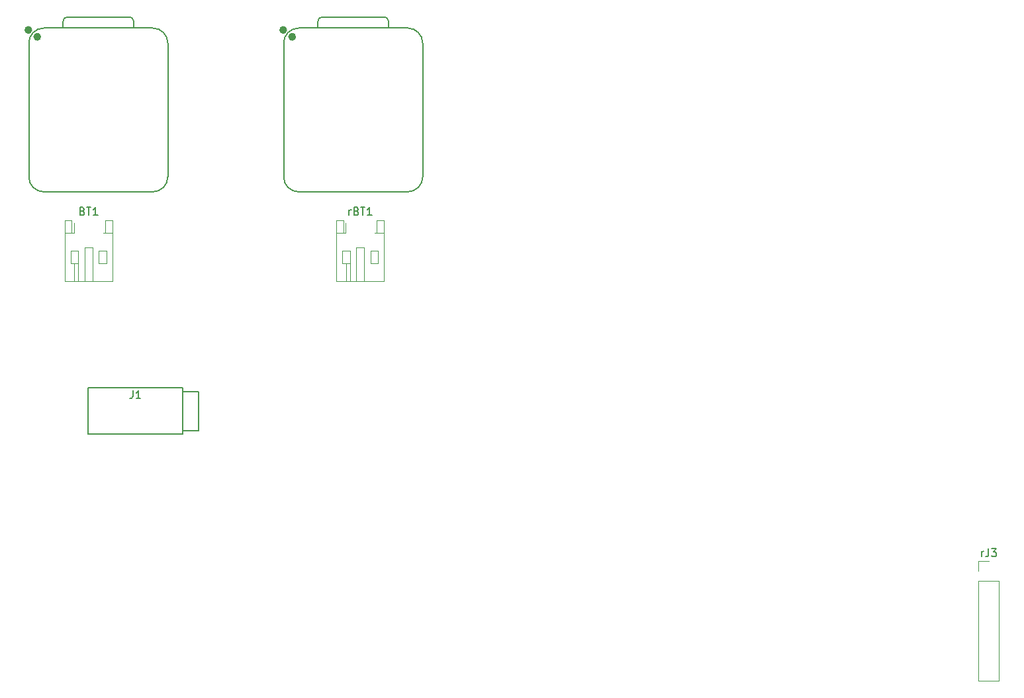
<source format=gto>
%TF.GenerationSoftware,KiCad,Pcbnew,8.0.3*%
%TF.CreationDate,2024-12-16T00:17:53+09:00*%
%TF.ProjectId,manjaro_mx,6d616e6a-6172-46f5-9f6d-782e6b696361,rev?*%
%TF.SameCoordinates,Original*%
%TF.FileFunction,Legend,Top*%
%TF.FilePolarity,Positive*%
%FSLAX46Y46*%
G04 Gerber Fmt 4.6, Leading zero omitted, Abs format (unit mm)*
G04 Created by KiCad (PCBNEW 8.0.3) date 2024-12-16 00:17:53*
%MOMM*%
%LPD*%
G01*
G04 APERTURE LIST*
%ADD10C,0.150000*%
%ADD11C,0.120000*%
%ADD12C,0.127000*%
%ADD13C,0.100000*%
%ADD14C,0.504000*%
G04 APERTURE END LIST*
D10*
X171666666Y-100346619D02*
X171666666Y-101060904D01*
X171666666Y-101060904D02*
X171619047Y-101203761D01*
X171619047Y-101203761D02*
X171523809Y-101299000D01*
X171523809Y-101299000D02*
X171380952Y-101346619D01*
X171380952Y-101346619D02*
X171285714Y-101346619D01*
X172666666Y-101346619D02*
X172095238Y-101346619D01*
X172380952Y-101346619D02*
X172380952Y-100346619D01*
X172380952Y-100346619D02*
X172285714Y-100489476D01*
X172285714Y-100489476D02*
X172190476Y-100584714D01*
X172190476Y-100584714D02*
X172095238Y-100632333D01*
X165214285Y-77381009D02*
X165357142Y-77428628D01*
X165357142Y-77428628D02*
X165404761Y-77476247D01*
X165404761Y-77476247D02*
X165452380Y-77571485D01*
X165452380Y-77571485D02*
X165452380Y-77714342D01*
X165452380Y-77714342D02*
X165404761Y-77809580D01*
X165404761Y-77809580D02*
X165357142Y-77857200D01*
X165357142Y-77857200D02*
X165261904Y-77904819D01*
X165261904Y-77904819D02*
X164880952Y-77904819D01*
X164880952Y-77904819D02*
X164880952Y-76904819D01*
X164880952Y-76904819D02*
X165214285Y-76904819D01*
X165214285Y-76904819D02*
X165309523Y-76952438D01*
X165309523Y-76952438D02*
X165357142Y-77000057D01*
X165357142Y-77000057D02*
X165404761Y-77095295D01*
X165404761Y-77095295D02*
X165404761Y-77190533D01*
X165404761Y-77190533D02*
X165357142Y-77285771D01*
X165357142Y-77285771D02*
X165309523Y-77333390D01*
X165309523Y-77333390D02*
X165214285Y-77381009D01*
X165214285Y-77381009D02*
X164880952Y-77381009D01*
X165738095Y-76904819D02*
X166309523Y-76904819D01*
X166023809Y-77904819D02*
X166023809Y-76904819D01*
X167166666Y-77904819D02*
X166595238Y-77904819D01*
X166880952Y-77904819D02*
X166880952Y-76904819D01*
X166880952Y-76904819D02*
X166785714Y-77047676D01*
X166785714Y-77047676D02*
X166690476Y-77142914D01*
X166690476Y-77142914D02*
X166595238Y-77190533D01*
X280221428Y-121599819D02*
X280221428Y-120933152D01*
X280221428Y-121123628D02*
X280269047Y-121028390D01*
X280269047Y-121028390D02*
X280316666Y-120980771D01*
X280316666Y-120980771D02*
X280411904Y-120933152D01*
X280411904Y-120933152D02*
X280507142Y-120933152D01*
X281126190Y-120599819D02*
X281126190Y-121314104D01*
X281126190Y-121314104D02*
X281078571Y-121456961D01*
X281078571Y-121456961D02*
X280983333Y-121552200D01*
X280983333Y-121552200D02*
X280840476Y-121599819D01*
X280840476Y-121599819D02*
X280745238Y-121599819D01*
X281507143Y-120599819D02*
X282126190Y-120599819D01*
X282126190Y-120599819D02*
X281792857Y-120980771D01*
X281792857Y-120980771D02*
X281935714Y-120980771D01*
X281935714Y-120980771D02*
X282030952Y-121028390D01*
X282030952Y-121028390D02*
X282078571Y-121076009D01*
X282078571Y-121076009D02*
X282126190Y-121171247D01*
X282126190Y-121171247D02*
X282126190Y-121409342D01*
X282126190Y-121409342D02*
X282078571Y-121504580D01*
X282078571Y-121504580D02*
X282030952Y-121552200D01*
X282030952Y-121552200D02*
X281935714Y-121599819D01*
X281935714Y-121599819D02*
X281650000Y-121599819D01*
X281650000Y-121599819D02*
X281554762Y-121552200D01*
X281554762Y-121552200D02*
X281507143Y-121504580D01*
X199321428Y-77904819D02*
X199321428Y-77238152D01*
X199321428Y-77428628D02*
X199369047Y-77333390D01*
X199369047Y-77333390D02*
X199416666Y-77285771D01*
X199416666Y-77285771D02*
X199511904Y-77238152D01*
X199511904Y-77238152D02*
X199607142Y-77238152D01*
X200273809Y-77381009D02*
X200416666Y-77428628D01*
X200416666Y-77428628D02*
X200464285Y-77476247D01*
X200464285Y-77476247D02*
X200511904Y-77571485D01*
X200511904Y-77571485D02*
X200511904Y-77714342D01*
X200511904Y-77714342D02*
X200464285Y-77809580D01*
X200464285Y-77809580D02*
X200416666Y-77857200D01*
X200416666Y-77857200D02*
X200321428Y-77904819D01*
X200321428Y-77904819D02*
X199940476Y-77904819D01*
X199940476Y-77904819D02*
X199940476Y-76904819D01*
X199940476Y-76904819D02*
X200273809Y-76904819D01*
X200273809Y-76904819D02*
X200369047Y-76952438D01*
X200369047Y-76952438D02*
X200416666Y-77000057D01*
X200416666Y-77000057D02*
X200464285Y-77095295D01*
X200464285Y-77095295D02*
X200464285Y-77190533D01*
X200464285Y-77190533D02*
X200416666Y-77285771D01*
X200416666Y-77285771D02*
X200369047Y-77333390D01*
X200369047Y-77333390D02*
X200273809Y-77381009D01*
X200273809Y-77381009D02*
X199940476Y-77381009D01*
X200797619Y-76904819D02*
X201369047Y-76904819D01*
X201083333Y-77904819D02*
X201083333Y-76904819D01*
X202226190Y-77904819D02*
X201654762Y-77904819D01*
X201940476Y-77904819D02*
X201940476Y-76904819D01*
X201940476Y-76904819D02*
X201845238Y-77047676D01*
X201845238Y-77047676D02*
X201750000Y-77142914D01*
X201750000Y-77142914D02*
X201654762Y-77190533D01*
%TO.C,J1*%
X180050000Y-105450000D02*
X180050000Y-100450000D01*
X180050000Y-100450000D02*
X178050000Y-100450000D01*
X180050000Y-105450000D02*
X178050000Y-105450000D01*
X165950000Y-105950000D02*
X165950000Y-99950000D01*
X165950000Y-99950000D02*
X178050000Y-99950000D01*
X178050000Y-99950000D02*
X178050000Y-105950000D01*
X178050000Y-105950000D02*
X165950000Y-105950000D01*
D11*
%TO.C,BT1*%
X162940000Y-78540000D02*
X162940000Y-86360000D01*
X162940000Y-80140000D02*
X163860000Y-80140000D01*
X162940000Y-86360000D02*
X169060000Y-86360000D01*
X163700000Y-82500000D02*
X163700000Y-84100000D01*
X163700000Y-84100000D02*
X164700000Y-84100000D01*
X163860000Y-78540000D02*
X162940000Y-78540000D01*
X163860000Y-80140000D02*
X163860000Y-78540000D01*
X164140000Y-80140000D02*
X163860000Y-80140000D01*
X164140000Y-80140000D02*
X164140000Y-78925000D01*
X164200000Y-84100000D02*
X164200000Y-86360000D01*
X164700000Y-82500000D02*
X163700000Y-82500000D01*
X164700000Y-84100000D02*
X164700000Y-82500000D01*
X164700000Y-84100000D02*
X164700000Y-86360000D01*
X165500000Y-82000000D02*
X166500000Y-82000000D01*
X165500000Y-86360000D02*
X165500000Y-82000000D01*
X166500000Y-82000000D02*
X166500000Y-86360000D01*
X167300000Y-82500000D02*
X168300000Y-82500000D01*
X167300000Y-84100000D02*
X167300000Y-82500000D01*
X168140000Y-78540000D02*
X168140000Y-80140000D01*
X168140000Y-80140000D02*
X167860000Y-80140000D01*
X168300000Y-82500000D02*
X168300000Y-84100000D01*
X168300000Y-84100000D02*
X167300000Y-84100000D01*
X169060000Y-78540000D02*
X168140000Y-78540000D01*
X169060000Y-80140000D02*
X168140000Y-80140000D01*
X169060000Y-86360000D02*
X169060000Y-78540000D01*
%TO.C,rJ3*%
X279820000Y-122145000D02*
X281150000Y-122145000D01*
X279820000Y-123475000D02*
X279820000Y-122145000D01*
X279820000Y-124745000D02*
X279820000Y-137505000D01*
X279820000Y-124745000D02*
X282480000Y-124745000D01*
X279820000Y-137505000D02*
X282480000Y-137505000D01*
X282480000Y-124745000D02*
X282480000Y-137505000D01*
D12*
%TO.C,rU1*%
X190960000Y-73009000D02*
X190960000Y-55864000D01*
X192865000Y-74914000D02*
X206835000Y-74914000D01*
X195355000Y-53959000D02*
X195358728Y-53048728D01*
X195858728Y-52549000D02*
X203854000Y-52549000D01*
X204354000Y-53049000D02*
X204354000Y-53959000D01*
D13*
X206835000Y-53959000D02*
X192865000Y-53959000D01*
D12*
X206835000Y-53959000D02*
X192865000Y-53959000D01*
X208740000Y-73009000D02*
X208740000Y-55864000D01*
X190960000Y-55864000D02*
G75*
G02*
X192865000Y-53959000I1905001J-1D01*
G01*
X192865000Y-74914000D02*
G75*
G02*
X190960000Y-73009000I1J1905001D01*
G01*
X195358728Y-53048728D02*
G75*
G02*
X195858728Y-52549001I500018J-291D01*
G01*
X203854000Y-52549000D02*
G75*
G02*
X204354000Y-53049000I0J-500000D01*
G01*
X206835000Y-53959000D02*
G75*
G02*
X208740000Y-55864000I0J-1905000D01*
G01*
X208740000Y-73009000D02*
G75*
G02*
X206835000Y-74914000I-1905000J0D01*
G01*
D14*
X191152000Y-54200000D02*
G75*
G02*
X190648000Y-54200000I-252000J0D01*
G01*
X190648000Y-54200000D02*
G75*
G02*
X191152000Y-54200000I252000J0D01*
G01*
X192295000Y-55080000D02*
G75*
G02*
X191791000Y-55080000I-252000J0D01*
G01*
X191791000Y-55080000D02*
G75*
G02*
X192295000Y-55080000I252000J0D01*
G01*
D12*
%TO.C,U1*%
X158360000Y-73009000D02*
X158360000Y-55864000D01*
X160265000Y-74914000D02*
X174235000Y-74914000D01*
X162755000Y-53959000D02*
X162758728Y-53048728D01*
X163258728Y-52549000D02*
X171254000Y-52549000D01*
X171754000Y-53049000D02*
X171754000Y-53959000D01*
D13*
X174235000Y-53959000D02*
X160265000Y-53959000D01*
D12*
X174235000Y-53959000D02*
X160265000Y-53959000D01*
X176140000Y-73009000D02*
X176140000Y-55864000D01*
X158360000Y-55864000D02*
G75*
G02*
X160265000Y-53959000I1905001J-1D01*
G01*
X160265000Y-74914000D02*
G75*
G02*
X158360000Y-73009000I1J1905001D01*
G01*
X162758728Y-53048728D02*
G75*
G02*
X163258728Y-52549001I500018J-291D01*
G01*
X171254000Y-52549000D02*
G75*
G02*
X171754000Y-53049000I0J-500000D01*
G01*
X174235000Y-53959000D02*
G75*
G02*
X176140000Y-55864000I0J-1905000D01*
G01*
X176140000Y-73009000D02*
G75*
G02*
X174235000Y-74914000I-1905000J0D01*
G01*
D14*
X158552000Y-54200000D02*
G75*
G02*
X158048000Y-54200000I-252000J0D01*
G01*
X158048000Y-54200000D02*
G75*
G02*
X158552000Y-54200000I252000J0D01*
G01*
X159695000Y-55080000D02*
G75*
G02*
X159191000Y-55080000I-252000J0D01*
G01*
X159191000Y-55080000D02*
G75*
G02*
X159695000Y-55080000I252000J0D01*
G01*
D11*
%TO.C,rBT1*%
X197690000Y-78540000D02*
X197690000Y-86360000D01*
X197690000Y-80140000D02*
X198610000Y-80140000D01*
X197690000Y-86360000D02*
X203810000Y-86360000D01*
X198450000Y-82500000D02*
X198450000Y-84100000D01*
X198450000Y-84100000D02*
X199450000Y-84100000D01*
X198610000Y-78540000D02*
X197690000Y-78540000D01*
X198610000Y-80140000D02*
X198610000Y-78540000D01*
X198890000Y-80140000D02*
X198610000Y-80140000D01*
X198890000Y-80140000D02*
X198890000Y-78925000D01*
X198950000Y-84100000D02*
X198950000Y-86360000D01*
X199450000Y-82500000D02*
X198450000Y-82500000D01*
X199450000Y-84100000D02*
X199450000Y-82500000D01*
X199450000Y-84100000D02*
X199450000Y-86360000D01*
X200250000Y-82000000D02*
X201250000Y-82000000D01*
X200250000Y-86360000D02*
X200250000Y-82000000D01*
X201250000Y-82000000D02*
X201250000Y-86360000D01*
X202050000Y-82500000D02*
X203050000Y-82500000D01*
X202050000Y-84100000D02*
X202050000Y-82500000D01*
X202890000Y-78540000D02*
X202890000Y-80140000D01*
X202890000Y-80140000D02*
X202610000Y-80140000D01*
X203050000Y-82500000D02*
X203050000Y-84100000D01*
X203050000Y-84100000D02*
X202050000Y-84100000D01*
X203810000Y-78540000D02*
X202890000Y-78540000D01*
X203810000Y-80140000D02*
X202890000Y-80140000D01*
X203810000Y-86360000D02*
X203810000Y-78540000D01*
%TD*%
M02*

</source>
